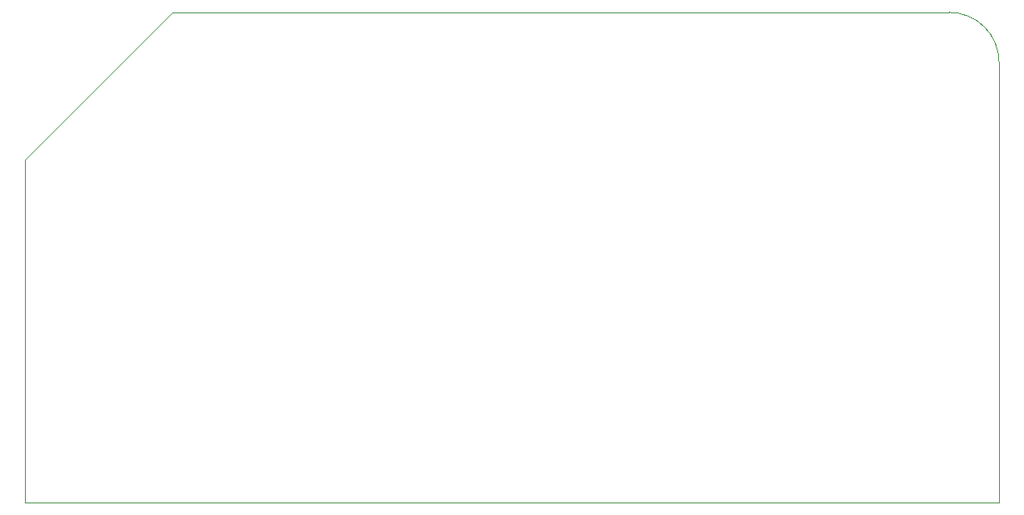
<source format=gm1>
G04 #@! TF.GenerationSoftware,KiCad,Pcbnew,(5.1.0-0)*
G04 #@! TF.CreationDate,2019-04-11T15:08:44-07:00*
G04 #@! TF.ProjectId,rc2014_monitor,72633230-3134-45f6-9d6f-6e69746f722e,rev?*
G04 #@! TF.SameCoordinates,Original*
G04 #@! TF.FileFunction,Profile,NP*
%FSLAX46Y46*%
G04 Gerber Fmt 4.6, Leading zero omitted, Abs format (unit mm)*
G04 Created by KiCad (PCBNEW (5.1.0-0)) date 2019-04-11 15:08:44*
%MOMM*%
%LPD*%
G04 APERTURE LIST*
%ADD10C,0.100000*%
G04 APERTURE END LIST*
D10*
X170180000Y-77394000D02*
G75*
G02X175280000Y-82494000I0J-5100000D01*
G01*
X76200000Y-92405000D02*
X91211000Y-77394000D01*
X175306000Y-127254000D02*
X76200000Y-127254000D01*
X175280000Y-82494000D02*
X175306000Y-127254000D01*
X91211000Y-77394000D02*
X170180000Y-77394000D01*
X76200000Y-127254000D02*
X76200000Y-92405000D01*
M02*

</source>
